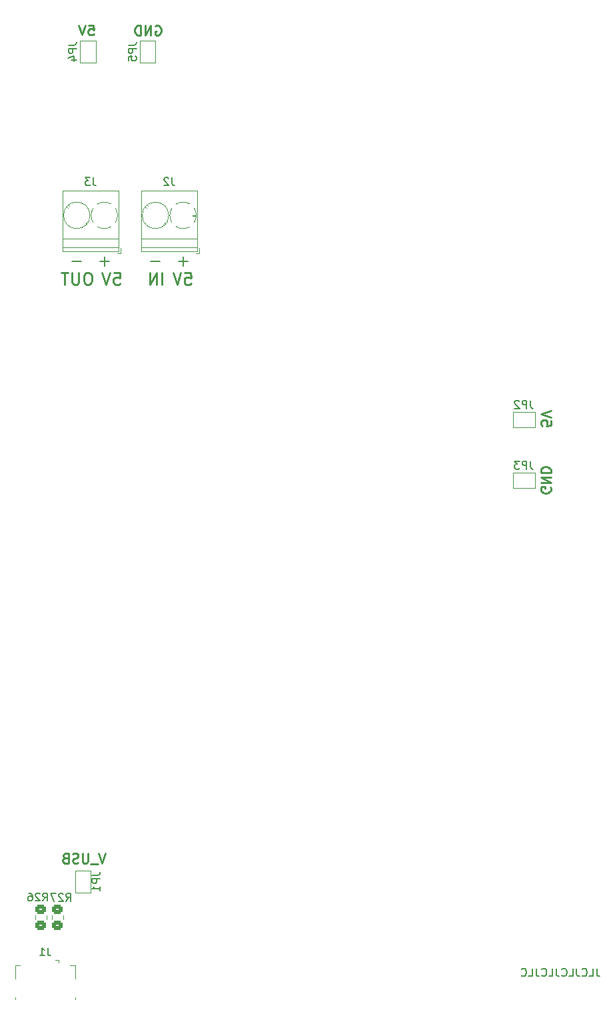
<source format=gbo>
G04 #@! TF.GenerationSoftware,KiCad,Pcbnew,(7.0.0-0)*
G04 #@! TF.CreationDate,2023-05-03T20:53:00-04:00*
G04 #@! TF.ProjectId,InteractiveLEDs,496e7465-7261-4637-9469-76654c454473,rev?*
G04 #@! TF.SameCoordinates,Original*
G04 #@! TF.FileFunction,Legend,Bot*
G04 #@! TF.FilePolarity,Positive*
%FSLAX46Y46*%
G04 Gerber Fmt 4.6, Leading zero omitted, Abs format (unit mm)*
G04 Created by KiCad (PCBNEW (7.0.0-0)) date 2023-05-03 20:53:00*
%MOMM*%
%LPD*%
G01*
G04 APERTURE LIST*
G04 Aperture macros list*
%AMRoundRect*
0 Rectangle with rounded corners*
0 $1 Rounding radius*
0 $2 $3 $4 $5 $6 $7 $8 $9 X,Y pos of 4 corners*
0 Add a 4 corners polygon primitive as box body*
4,1,4,$2,$3,$4,$5,$6,$7,$8,$9,$2,$3,0*
0 Add four circle primitives for the rounded corners*
1,1,$1+$1,$2,$3*
1,1,$1+$1,$4,$5*
1,1,$1+$1,$6,$7*
1,1,$1+$1,$8,$9*
0 Add four rect primitives between the rounded corners*
20,1,$1+$1,$2,$3,$4,$5,0*
20,1,$1+$1,$4,$5,$6,$7,0*
20,1,$1+$1,$6,$7,$8,$9,0*
20,1,$1+$1,$8,$9,$2,$3,0*%
%AMFreePoly0*
4,1,6,1.000000,0.000000,0.500000,-0.750000,-0.500000,-0.750000,-0.500000,0.750000,0.500000,0.750000,1.000000,0.000000,1.000000,0.000000,$1*%
%AMFreePoly1*
4,1,6,0.500000,-0.750000,-0.650000,-0.750000,-0.150000,0.000000,-0.650000,0.750000,0.500000,0.750000,0.500000,-0.750000,0.500000,-0.750000,$1*%
G04 Aperture macros list end*
%ADD10C,0.250000*%
%ADD11C,0.200000*%
%ADD12C,0.150000*%
%ADD13C,0.120000*%
%ADD14R,1.800000X1.800000*%
%ADD15C,1.800000*%
%ADD16C,1.600000*%
%ADD17O,1.600000X1.600000*%
%ADD18R,1.700000X1.700000*%
%ADD19O,1.700000X1.700000*%
%ADD20R,1.050000X1.500000*%
%ADD21O,1.050000X1.500000*%
%ADD22R,1.600000X1.600000*%
%ADD23C,6.400000*%
%ADD24R,2.400000X2.400000*%
%ADD25C,2.400000*%
%ADD26RoundRect,0.250000X-0.450000X0.350000X-0.450000X-0.350000X0.450000X-0.350000X0.450000X0.350000X0*%
%ADD27FreePoly0,270.000000*%
%ADD28FreePoly1,270.000000*%
%ADD29R,0.400000X1.400000*%
%ADD30O,1.050000X1.900000*%
%ADD31R,1.150000X1.450000*%
%ADD32R,1.750000X1.900000*%
%ADD33FreePoly0,90.000000*%
%ADD34FreePoly1,90.000000*%
%ADD35FreePoly0,180.000000*%
%ADD36FreePoly1,180.000000*%
G04 APERTURE END LIST*
D10*
X145230952Y-144577976D02*
X144814285Y-145827976D01*
X144814285Y-145827976D02*
X144397619Y-144577976D01*
X144278571Y-145947023D02*
X143326190Y-145947023D01*
X143028570Y-144577976D02*
X143028570Y-145589880D01*
X143028570Y-145589880D02*
X142969047Y-145708928D01*
X142969047Y-145708928D02*
X142909523Y-145768452D01*
X142909523Y-145768452D02*
X142790475Y-145827976D01*
X142790475Y-145827976D02*
X142552380Y-145827976D01*
X142552380Y-145827976D02*
X142433332Y-145768452D01*
X142433332Y-145768452D02*
X142373809Y-145708928D01*
X142373809Y-145708928D02*
X142314285Y-145589880D01*
X142314285Y-145589880D02*
X142314285Y-144577976D01*
X141778570Y-145768452D02*
X141599999Y-145827976D01*
X141599999Y-145827976D02*
X141302380Y-145827976D01*
X141302380Y-145827976D02*
X141183332Y-145768452D01*
X141183332Y-145768452D02*
X141123808Y-145708928D01*
X141123808Y-145708928D02*
X141064285Y-145589880D01*
X141064285Y-145589880D02*
X141064285Y-145470833D01*
X141064285Y-145470833D02*
X141123808Y-145351785D01*
X141123808Y-145351785D02*
X141183332Y-145292261D01*
X141183332Y-145292261D02*
X141302380Y-145232738D01*
X141302380Y-145232738D02*
X141540475Y-145173214D01*
X141540475Y-145173214D02*
X141659523Y-145113690D01*
X141659523Y-145113690D02*
X141719046Y-145054166D01*
X141719046Y-145054166D02*
X141778570Y-144935119D01*
X141778570Y-144935119D02*
X141778570Y-144816071D01*
X141778570Y-144816071D02*
X141719046Y-144697023D01*
X141719046Y-144697023D02*
X141659523Y-144637500D01*
X141659523Y-144637500D02*
X141540475Y-144577976D01*
X141540475Y-144577976D02*
X141242856Y-144577976D01*
X141242856Y-144577976D02*
X141064285Y-144637500D01*
X140111904Y-145173214D02*
X139933332Y-145232738D01*
X139933332Y-145232738D02*
X139873809Y-145292261D01*
X139873809Y-145292261D02*
X139814285Y-145411309D01*
X139814285Y-145411309D02*
X139814285Y-145589880D01*
X139814285Y-145589880D02*
X139873809Y-145708928D01*
X139873809Y-145708928D02*
X139933332Y-145768452D01*
X139933332Y-145768452D02*
X140052380Y-145827976D01*
X140052380Y-145827976D02*
X140528570Y-145827976D01*
X140528570Y-145827976D02*
X140528570Y-144577976D01*
X140528570Y-144577976D02*
X140111904Y-144577976D01*
X140111904Y-144577976D02*
X139992856Y-144637500D01*
X139992856Y-144637500D02*
X139933332Y-144697023D01*
X139933332Y-144697023D02*
X139873809Y-144816071D01*
X139873809Y-144816071D02*
X139873809Y-144935119D01*
X139873809Y-144935119D02*
X139933332Y-145054166D01*
X139933332Y-145054166D02*
X139992856Y-145113690D01*
X139992856Y-145113690D02*
X140111904Y-145173214D01*
X140111904Y-145173214D02*
X140528570Y-145173214D01*
D11*
X142142857Y-69402142D02*
X141000000Y-69402142D01*
X207676190Y-159182380D02*
X207676190Y-159896666D01*
X207676190Y-159896666D02*
X207723809Y-160039523D01*
X207723809Y-160039523D02*
X207819047Y-160134761D01*
X207819047Y-160134761D02*
X207961904Y-160182380D01*
X207961904Y-160182380D02*
X208057142Y-160182380D01*
X206723809Y-160182380D02*
X207199999Y-160182380D01*
X207199999Y-160182380D02*
X207199999Y-159182380D01*
X205819047Y-160087142D02*
X205866666Y-160134761D01*
X205866666Y-160134761D02*
X206009523Y-160182380D01*
X206009523Y-160182380D02*
X206104761Y-160182380D01*
X206104761Y-160182380D02*
X206247618Y-160134761D01*
X206247618Y-160134761D02*
X206342856Y-160039523D01*
X206342856Y-160039523D02*
X206390475Y-159944285D01*
X206390475Y-159944285D02*
X206438094Y-159753809D01*
X206438094Y-159753809D02*
X206438094Y-159610952D01*
X206438094Y-159610952D02*
X206390475Y-159420476D01*
X206390475Y-159420476D02*
X206342856Y-159325238D01*
X206342856Y-159325238D02*
X206247618Y-159230000D01*
X206247618Y-159230000D02*
X206104761Y-159182380D01*
X206104761Y-159182380D02*
X206009523Y-159182380D01*
X206009523Y-159182380D02*
X205866666Y-159230000D01*
X205866666Y-159230000D02*
X205819047Y-159277619D01*
X205104761Y-159182380D02*
X205104761Y-159896666D01*
X205104761Y-159896666D02*
X205152380Y-160039523D01*
X205152380Y-160039523D02*
X205247618Y-160134761D01*
X205247618Y-160134761D02*
X205390475Y-160182380D01*
X205390475Y-160182380D02*
X205485713Y-160182380D01*
X204152380Y-160182380D02*
X204628570Y-160182380D01*
X204628570Y-160182380D02*
X204628570Y-159182380D01*
X203247618Y-160087142D02*
X203295237Y-160134761D01*
X203295237Y-160134761D02*
X203438094Y-160182380D01*
X203438094Y-160182380D02*
X203533332Y-160182380D01*
X203533332Y-160182380D02*
X203676189Y-160134761D01*
X203676189Y-160134761D02*
X203771427Y-160039523D01*
X203771427Y-160039523D02*
X203819046Y-159944285D01*
X203819046Y-159944285D02*
X203866665Y-159753809D01*
X203866665Y-159753809D02*
X203866665Y-159610952D01*
X203866665Y-159610952D02*
X203819046Y-159420476D01*
X203819046Y-159420476D02*
X203771427Y-159325238D01*
X203771427Y-159325238D02*
X203676189Y-159230000D01*
X203676189Y-159230000D02*
X203533332Y-159182380D01*
X203533332Y-159182380D02*
X203438094Y-159182380D01*
X203438094Y-159182380D02*
X203295237Y-159230000D01*
X203295237Y-159230000D02*
X203247618Y-159277619D01*
X202533332Y-159182380D02*
X202533332Y-159896666D01*
X202533332Y-159896666D02*
X202580951Y-160039523D01*
X202580951Y-160039523D02*
X202676189Y-160134761D01*
X202676189Y-160134761D02*
X202819046Y-160182380D01*
X202819046Y-160182380D02*
X202914284Y-160182380D01*
X201580951Y-160182380D02*
X202057141Y-160182380D01*
X202057141Y-160182380D02*
X202057141Y-159182380D01*
X200676189Y-160087142D02*
X200723808Y-160134761D01*
X200723808Y-160134761D02*
X200866665Y-160182380D01*
X200866665Y-160182380D02*
X200961903Y-160182380D01*
X200961903Y-160182380D02*
X201104760Y-160134761D01*
X201104760Y-160134761D02*
X201199998Y-160039523D01*
X201199998Y-160039523D02*
X201247617Y-159944285D01*
X201247617Y-159944285D02*
X201295236Y-159753809D01*
X201295236Y-159753809D02*
X201295236Y-159610952D01*
X201295236Y-159610952D02*
X201247617Y-159420476D01*
X201247617Y-159420476D02*
X201199998Y-159325238D01*
X201199998Y-159325238D02*
X201104760Y-159230000D01*
X201104760Y-159230000D02*
X200961903Y-159182380D01*
X200961903Y-159182380D02*
X200866665Y-159182380D01*
X200866665Y-159182380D02*
X200723808Y-159230000D01*
X200723808Y-159230000D02*
X200676189Y-159277619D01*
X199961903Y-159182380D02*
X199961903Y-159896666D01*
X199961903Y-159896666D02*
X200009522Y-160039523D01*
X200009522Y-160039523D02*
X200104760Y-160134761D01*
X200104760Y-160134761D02*
X200247617Y-160182380D01*
X200247617Y-160182380D02*
X200342855Y-160182380D01*
X199009522Y-160182380D02*
X199485712Y-160182380D01*
X199485712Y-160182380D02*
X199485712Y-159182380D01*
X198104760Y-160087142D02*
X198152379Y-160134761D01*
X198152379Y-160134761D02*
X198295236Y-160182380D01*
X198295236Y-160182380D02*
X198390474Y-160182380D01*
X198390474Y-160182380D02*
X198533331Y-160134761D01*
X198533331Y-160134761D02*
X198628569Y-160039523D01*
X198628569Y-160039523D02*
X198676188Y-159944285D01*
X198676188Y-159944285D02*
X198723807Y-159753809D01*
X198723807Y-159753809D02*
X198723807Y-159610952D01*
X198723807Y-159610952D02*
X198676188Y-159420476D01*
X198676188Y-159420476D02*
X198628569Y-159325238D01*
X198628569Y-159325238D02*
X198533331Y-159230000D01*
X198533331Y-159230000D02*
X198390474Y-159182380D01*
X198390474Y-159182380D02*
X198295236Y-159182380D01*
X198295236Y-159182380D02*
X198152379Y-159230000D01*
X198152379Y-159230000D02*
X198104760Y-159277619D01*
D10*
X201762500Y-98097619D02*
X201822023Y-98216666D01*
X201822023Y-98216666D02*
X201822023Y-98395238D01*
X201822023Y-98395238D02*
X201762500Y-98573809D01*
X201762500Y-98573809D02*
X201643452Y-98692857D01*
X201643452Y-98692857D02*
X201524404Y-98752380D01*
X201524404Y-98752380D02*
X201286309Y-98811904D01*
X201286309Y-98811904D02*
X201107738Y-98811904D01*
X201107738Y-98811904D02*
X200869642Y-98752380D01*
X200869642Y-98752380D02*
X200750595Y-98692857D01*
X200750595Y-98692857D02*
X200631547Y-98573809D01*
X200631547Y-98573809D02*
X200572023Y-98395238D01*
X200572023Y-98395238D02*
X200572023Y-98276190D01*
X200572023Y-98276190D02*
X200631547Y-98097619D01*
X200631547Y-98097619D02*
X200691071Y-98038095D01*
X200691071Y-98038095D02*
X201107738Y-98038095D01*
X201107738Y-98038095D02*
X201107738Y-98276190D01*
X200572023Y-97502380D02*
X201822023Y-97502380D01*
X201822023Y-97502380D02*
X200572023Y-96788095D01*
X200572023Y-96788095D02*
X201822023Y-96788095D01*
X200572023Y-96192856D02*
X201822023Y-96192856D01*
X201822023Y-96192856D02*
X201822023Y-95895237D01*
X201822023Y-95895237D02*
X201762500Y-95716666D01*
X201762500Y-95716666D02*
X201643452Y-95597618D01*
X201643452Y-95597618D02*
X201524404Y-95538095D01*
X201524404Y-95538095D02*
X201286309Y-95478571D01*
X201286309Y-95478571D02*
X201107738Y-95478571D01*
X201107738Y-95478571D02*
X200869642Y-95538095D01*
X200869642Y-95538095D02*
X200750595Y-95597618D01*
X200750595Y-95597618D02*
X200631547Y-95716666D01*
X200631547Y-95716666D02*
X200572023Y-95895237D01*
X200572023Y-95895237D02*
X200572023Y-96192856D01*
X146328571Y-70823571D02*
X147042857Y-70823571D01*
X147042857Y-70823571D02*
X147114285Y-71537857D01*
X147114285Y-71537857D02*
X147042857Y-71466428D01*
X147042857Y-71466428D02*
X146900000Y-71395000D01*
X146900000Y-71395000D02*
X146542857Y-71395000D01*
X146542857Y-71395000D02*
X146400000Y-71466428D01*
X146400000Y-71466428D02*
X146328571Y-71537857D01*
X146328571Y-71537857D02*
X146257142Y-71680714D01*
X146257142Y-71680714D02*
X146257142Y-72037857D01*
X146257142Y-72037857D02*
X146328571Y-72180714D01*
X146328571Y-72180714D02*
X146400000Y-72252142D01*
X146400000Y-72252142D02*
X146542857Y-72323571D01*
X146542857Y-72323571D02*
X146900000Y-72323571D01*
X146900000Y-72323571D02*
X147042857Y-72252142D01*
X147042857Y-72252142D02*
X147114285Y-72180714D01*
X145828571Y-70823571D02*
X145328571Y-72323571D01*
X145328571Y-72323571D02*
X144828571Y-70823571D01*
X143142857Y-70823571D02*
X142857143Y-70823571D01*
X142857143Y-70823571D02*
X142714286Y-70895000D01*
X142714286Y-70895000D02*
X142571429Y-71037857D01*
X142571429Y-71037857D02*
X142500000Y-71323571D01*
X142500000Y-71323571D02*
X142500000Y-71823571D01*
X142500000Y-71823571D02*
X142571429Y-72109285D01*
X142571429Y-72109285D02*
X142714286Y-72252142D01*
X142714286Y-72252142D02*
X142857143Y-72323571D01*
X142857143Y-72323571D02*
X143142857Y-72323571D01*
X143142857Y-72323571D02*
X143285715Y-72252142D01*
X143285715Y-72252142D02*
X143428572Y-72109285D01*
X143428572Y-72109285D02*
X143500000Y-71823571D01*
X143500000Y-71823571D02*
X143500000Y-71323571D01*
X143500000Y-71323571D02*
X143428572Y-71037857D01*
X143428572Y-71037857D02*
X143285715Y-70895000D01*
X143285715Y-70895000D02*
X143142857Y-70823571D01*
X141857143Y-70823571D02*
X141857143Y-72037857D01*
X141857143Y-72037857D02*
X141785714Y-72180714D01*
X141785714Y-72180714D02*
X141714286Y-72252142D01*
X141714286Y-72252142D02*
X141571428Y-72323571D01*
X141571428Y-72323571D02*
X141285714Y-72323571D01*
X141285714Y-72323571D02*
X141142857Y-72252142D01*
X141142857Y-72252142D02*
X141071428Y-72180714D01*
X141071428Y-72180714D02*
X141000000Y-72037857D01*
X141000000Y-72037857D02*
X141000000Y-70823571D01*
X140499999Y-70823571D02*
X139642857Y-70823571D01*
X140071428Y-72323571D02*
X140071428Y-70823571D01*
D11*
X145692857Y-69402142D02*
X144550000Y-69402142D01*
X145121428Y-69973571D02*
X145121428Y-68830714D01*
X152142857Y-69402142D02*
X151000000Y-69402142D01*
X155692857Y-69402142D02*
X154550000Y-69402142D01*
X155121428Y-69973571D02*
X155121428Y-68830714D01*
D10*
X143107142Y-39377976D02*
X143702380Y-39377976D01*
X143702380Y-39377976D02*
X143761904Y-39973214D01*
X143761904Y-39973214D02*
X143702380Y-39913690D01*
X143702380Y-39913690D02*
X143583333Y-39854166D01*
X143583333Y-39854166D02*
X143285714Y-39854166D01*
X143285714Y-39854166D02*
X143166666Y-39913690D01*
X143166666Y-39913690D02*
X143107142Y-39973214D01*
X143107142Y-39973214D02*
X143047619Y-40092261D01*
X143047619Y-40092261D02*
X143047619Y-40389880D01*
X143047619Y-40389880D02*
X143107142Y-40508928D01*
X143107142Y-40508928D02*
X143166666Y-40568452D01*
X143166666Y-40568452D02*
X143285714Y-40627976D01*
X143285714Y-40627976D02*
X143583333Y-40627976D01*
X143583333Y-40627976D02*
X143702380Y-40568452D01*
X143702380Y-40568452D02*
X143761904Y-40508928D01*
X142690476Y-39377976D02*
X142273809Y-40627976D01*
X142273809Y-40627976D02*
X141857143Y-39377976D01*
X201872023Y-89607142D02*
X201872023Y-90202380D01*
X201872023Y-90202380D02*
X201276785Y-90261904D01*
X201276785Y-90261904D02*
X201336309Y-90202380D01*
X201336309Y-90202380D02*
X201395833Y-90083333D01*
X201395833Y-90083333D02*
X201395833Y-89785714D01*
X201395833Y-89785714D02*
X201336309Y-89666666D01*
X201336309Y-89666666D02*
X201276785Y-89607142D01*
X201276785Y-89607142D02*
X201157738Y-89547619D01*
X201157738Y-89547619D02*
X200860119Y-89547619D01*
X200860119Y-89547619D02*
X200741071Y-89607142D01*
X200741071Y-89607142D02*
X200681547Y-89666666D01*
X200681547Y-89666666D02*
X200622023Y-89785714D01*
X200622023Y-89785714D02*
X200622023Y-90083333D01*
X200622023Y-90083333D02*
X200681547Y-90202380D01*
X200681547Y-90202380D02*
X200741071Y-90261904D01*
X201872023Y-89190476D02*
X200622023Y-88773809D01*
X200622023Y-88773809D02*
X201872023Y-88357143D01*
X151597619Y-39487500D02*
X151716666Y-39427976D01*
X151716666Y-39427976D02*
X151895238Y-39427976D01*
X151895238Y-39427976D02*
X152073809Y-39487500D01*
X152073809Y-39487500D02*
X152192857Y-39606547D01*
X152192857Y-39606547D02*
X152252380Y-39725595D01*
X152252380Y-39725595D02*
X152311904Y-39963690D01*
X152311904Y-39963690D02*
X152311904Y-40142261D01*
X152311904Y-40142261D02*
X152252380Y-40380357D01*
X152252380Y-40380357D02*
X152192857Y-40499404D01*
X152192857Y-40499404D02*
X152073809Y-40618452D01*
X152073809Y-40618452D02*
X151895238Y-40677976D01*
X151895238Y-40677976D02*
X151776190Y-40677976D01*
X151776190Y-40677976D02*
X151597619Y-40618452D01*
X151597619Y-40618452D02*
X151538095Y-40558928D01*
X151538095Y-40558928D02*
X151538095Y-40142261D01*
X151538095Y-40142261D02*
X151776190Y-40142261D01*
X151002380Y-40677976D02*
X151002380Y-39427976D01*
X151002380Y-39427976D02*
X150288095Y-40677976D01*
X150288095Y-40677976D02*
X150288095Y-39427976D01*
X149692856Y-40677976D02*
X149692856Y-39427976D01*
X149692856Y-39427976D02*
X149395237Y-39427976D01*
X149395237Y-39427976D02*
X149216666Y-39487500D01*
X149216666Y-39487500D02*
X149097618Y-39606547D01*
X149097618Y-39606547D02*
X149038095Y-39725595D01*
X149038095Y-39725595D02*
X148978571Y-39963690D01*
X148978571Y-39963690D02*
X148978571Y-40142261D01*
X148978571Y-40142261D02*
X149038095Y-40380357D01*
X149038095Y-40380357D02*
X149097618Y-40499404D01*
X149097618Y-40499404D02*
X149216666Y-40618452D01*
X149216666Y-40618452D02*
X149395237Y-40677976D01*
X149395237Y-40677976D02*
X149692856Y-40677976D01*
D11*
X156697970Y-63652142D02*
X155555113Y-63652142D01*
X156126541Y-64223571D02*
X156126541Y-63080714D01*
D10*
X155328571Y-70823571D02*
X156042857Y-70823571D01*
X156042857Y-70823571D02*
X156114285Y-71537857D01*
X156114285Y-71537857D02*
X156042857Y-71466428D01*
X156042857Y-71466428D02*
X155900000Y-71395000D01*
X155900000Y-71395000D02*
X155542857Y-71395000D01*
X155542857Y-71395000D02*
X155400000Y-71466428D01*
X155400000Y-71466428D02*
X155328571Y-71537857D01*
X155328571Y-71537857D02*
X155257142Y-71680714D01*
X155257142Y-71680714D02*
X155257142Y-72037857D01*
X155257142Y-72037857D02*
X155328571Y-72180714D01*
X155328571Y-72180714D02*
X155400000Y-72252142D01*
X155400000Y-72252142D02*
X155542857Y-72323571D01*
X155542857Y-72323571D02*
X155900000Y-72323571D01*
X155900000Y-72323571D02*
X156042857Y-72252142D01*
X156042857Y-72252142D02*
X156114285Y-72180714D01*
X154828571Y-70823571D02*
X154328571Y-72323571D01*
X154328571Y-72323571D02*
X153828571Y-70823571D01*
X152428572Y-72323571D02*
X152428572Y-70823571D01*
X151714286Y-72323571D02*
X151714286Y-70823571D01*
X151714286Y-70823571D02*
X150857143Y-72323571D01*
X150857143Y-72323571D02*
X150857143Y-70823571D01*
D12*
X143683333Y-58757380D02*
X143683333Y-59471666D01*
X143683333Y-59471666D02*
X143730952Y-59614523D01*
X143730952Y-59614523D02*
X143826190Y-59709761D01*
X143826190Y-59709761D02*
X143969047Y-59757380D01*
X143969047Y-59757380D02*
X144064285Y-59757380D01*
X143302380Y-58757380D02*
X142683333Y-58757380D01*
X142683333Y-58757380D02*
X143016666Y-59138333D01*
X143016666Y-59138333D02*
X142873809Y-59138333D01*
X142873809Y-59138333D02*
X142778571Y-59185952D01*
X142778571Y-59185952D02*
X142730952Y-59233571D01*
X142730952Y-59233571D02*
X142683333Y-59328809D01*
X142683333Y-59328809D02*
X142683333Y-59566904D01*
X142683333Y-59566904D02*
X142730952Y-59662142D01*
X142730952Y-59662142D02*
X142778571Y-59709761D01*
X142778571Y-59709761D02*
X142873809Y-59757380D01*
X142873809Y-59757380D02*
X143159523Y-59757380D01*
X143159523Y-59757380D02*
X143254761Y-59709761D01*
X143254761Y-59709761D02*
X143302380Y-59662142D01*
X137292857Y-150617380D02*
X137626190Y-150141190D01*
X137864285Y-150617380D02*
X137864285Y-149617380D01*
X137864285Y-149617380D02*
X137483333Y-149617380D01*
X137483333Y-149617380D02*
X137388095Y-149665000D01*
X137388095Y-149665000D02*
X137340476Y-149712619D01*
X137340476Y-149712619D02*
X137292857Y-149807857D01*
X137292857Y-149807857D02*
X137292857Y-149950714D01*
X137292857Y-149950714D02*
X137340476Y-150045952D01*
X137340476Y-150045952D02*
X137388095Y-150093571D01*
X137388095Y-150093571D02*
X137483333Y-150141190D01*
X137483333Y-150141190D02*
X137864285Y-150141190D01*
X136911904Y-149712619D02*
X136864285Y-149665000D01*
X136864285Y-149665000D02*
X136769047Y-149617380D01*
X136769047Y-149617380D02*
X136530952Y-149617380D01*
X136530952Y-149617380D02*
X136435714Y-149665000D01*
X136435714Y-149665000D02*
X136388095Y-149712619D01*
X136388095Y-149712619D02*
X136340476Y-149807857D01*
X136340476Y-149807857D02*
X136340476Y-149903095D01*
X136340476Y-149903095D02*
X136388095Y-150045952D01*
X136388095Y-150045952D02*
X136959523Y-150617380D01*
X136959523Y-150617380D02*
X136340476Y-150617380D01*
X135483333Y-149617380D02*
X135673809Y-149617380D01*
X135673809Y-149617380D02*
X135769047Y-149665000D01*
X135769047Y-149665000D02*
X135816666Y-149712619D01*
X135816666Y-149712619D02*
X135911904Y-149855476D01*
X135911904Y-149855476D02*
X135959523Y-150045952D01*
X135959523Y-150045952D02*
X135959523Y-150426904D01*
X135959523Y-150426904D02*
X135911904Y-150522142D01*
X135911904Y-150522142D02*
X135864285Y-150569761D01*
X135864285Y-150569761D02*
X135769047Y-150617380D01*
X135769047Y-150617380D02*
X135578571Y-150617380D01*
X135578571Y-150617380D02*
X135483333Y-150569761D01*
X135483333Y-150569761D02*
X135435714Y-150522142D01*
X135435714Y-150522142D02*
X135388095Y-150426904D01*
X135388095Y-150426904D02*
X135388095Y-150188809D01*
X135388095Y-150188809D02*
X135435714Y-150093571D01*
X135435714Y-150093571D02*
X135483333Y-150045952D01*
X135483333Y-150045952D02*
X135578571Y-149998333D01*
X135578571Y-149998333D02*
X135769047Y-149998333D01*
X135769047Y-149998333D02*
X135864285Y-150045952D01*
X135864285Y-150045952D02*
X135911904Y-150093571D01*
X135911904Y-150093571D02*
X135959523Y-150188809D01*
X140567380Y-41916666D02*
X141281666Y-41916666D01*
X141281666Y-41916666D02*
X141424523Y-41869047D01*
X141424523Y-41869047D02*
X141519761Y-41773809D01*
X141519761Y-41773809D02*
X141567380Y-41630952D01*
X141567380Y-41630952D02*
X141567380Y-41535714D01*
X141567380Y-42392857D02*
X140567380Y-42392857D01*
X140567380Y-42392857D02*
X140567380Y-42773809D01*
X140567380Y-42773809D02*
X140615000Y-42869047D01*
X140615000Y-42869047D02*
X140662619Y-42916666D01*
X140662619Y-42916666D02*
X140757857Y-42964285D01*
X140757857Y-42964285D02*
X140900714Y-42964285D01*
X140900714Y-42964285D02*
X140995952Y-42916666D01*
X140995952Y-42916666D02*
X141043571Y-42869047D01*
X141043571Y-42869047D02*
X141091190Y-42773809D01*
X141091190Y-42773809D02*
X141091190Y-42392857D01*
X140900714Y-43821428D02*
X141567380Y-43821428D01*
X140519761Y-43583333D02*
X141234047Y-43345238D01*
X141234047Y-43345238D02*
X141234047Y-43964285D01*
X140242857Y-150667380D02*
X140576190Y-150191190D01*
X140814285Y-150667380D02*
X140814285Y-149667380D01*
X140814285Y-149667380D02*
X140433333Y-149667380D01*
X140433333Y-149667380D02*
X140338095Y-149715000D01*
X140338095Y-149715000D02*
X140290476Y-149762619D01*
X140290476Y-149762619D02*
X140242857Y-149857857D01*
X140242857Y-149857857D02*
X140242857Y-150000714D01*
X140242857Y-150000714D02*
X140290476Y-150095952D01*
X140290476Y-150095952D02*
X140338095Y-150143571D01*
X140338095Y-150143571D02*
X140433333Y-150191190D01*
X140433333Y-150191190D02*
X140814285Y-150191190D01*
X139861904Y-149762619D02*
X139814285Y-149715000D01*
X139814285Y-149715000D02*
X139719047Y-149667380D01*
X139719047Y-149667380D02*
X139480952Y-149667380D01*
X139480952Y-149667380D02*
X139385714Y-149715000D01*
X139385714Y-149715000D02*
X139338095Y-149762619D01*
X139338095Y-149762619D02*
X139290476Y-149857857D01*
X139290476Y-149857857D02*
X139290476Y-149953095D01*
X139290476Y-149953095D02*
X139338095Y-150095952D01*
X139338095Y-150095952D02*
X139909523Y-150667380D01*
X139909523Y-150667380D02*
X139290476Y-150667380D01*
X138957142Y-149667380D02*
X138290476Y-149667380D01*
X138290476Y-149667380D02*
X138719047Y-150667380D01*
X137908333Y-156567380D02*
X137908333Y-157281666D01*
X137908333Y-157281666D02*
X137955952Y-157424523D01*
X137955952Y-157424523D02*
X138051190Y-157519761D01*
X138051190Y-157519761D02*
X138194047Y-157567380D01*
X138194047Y-157567380D02*
X138289285Y-157567380D01*
X136908333Y-157567380D02*
X137479761Y-157567380D01*
X137194047Y-157567380D02*
X137194047Y-156567380D01*
X137194047Y-156567380D02*
X137289285Y-156710238D01*
X137289285Y-156710238D02*
X137384523Y-156805476D01*
X137384523Y-156805476D02*
X137479761Y-156853095D01*
X143567380Y-147341666D02*
X144281666Y-147341666D01*
X144281666Y-147341666D02*
X144424523Y-147294047D01*
X144424523Y-147294047D02*
X144519761Y-147198809D01*
X144519761Y-147198809D02*
X144567380Y-147055952D01*
X144567380Y-147055952D02*
X144567380Y-146960714D01*
X144567380Y-147817857D02*
X143567380Y-147817857D01*
X143567380Y-147817857D02*
X143567380Y-148198809D01*
X143567380Y-148198809D02*
X143615000Y-148294047D01*
X143615000Y-148294047D02*
X143662619Y-148341666D01*
X143662619Y-148341666D02*
X143757857Y-148389285D01*
X143757857Y-148389285D02*
X143900714Y-148389285D01*
X143900714Y-148389285D02*
X143995952Y-148341666D01*
X143995952Y-148341666D02*
X144043571Y-148294047D01*
X144043571Y-148294047D02*
X144091190Y-148198809D01*
X144091190Y-148198809D02*
X144091190Y-147817857D01*
X144567380Y-149341666D02*
X144567380Y-148770238D01*
X144567380Y-149055952D02*
X143567380Y-149055952D01*
X143567380Y-149055952D02*
X143710238Y-148960714D01*
X143710238Y-148960714D02*
X143805476Y-148865476D01*
X143805476Y-148865476D02*
X143853095Y-148770238D01*
X199233333Y-94767380D02*
X199233333Y-95481666D01*
X199233333Y-95481666D02*
X199280952Y-95624523D01*
X199280952Y-95624523D02*
X199376190Y-95719761D01*
X199376190Y-95719761D02*
X199519047Y-95767380D01*
X199519047Y-95767380D02*
X199614285Y-95767380D01*
X198757142Y-95767380D02*
X198757142Y-94767380D01*
X198757142Y-94767380D02*
X198376190Y-94767380D01*
X198376190Y-94767380D02*
X198280952Y-94815000D01*
X198280952Y-94815000D02*
X198233333Y-94862619D01*
X198233333Y-94862619D02*
X198185714Y-94957857D01*
X198185714Y-94957857D02*
X198185714Y-95100714D01*
X198185714Y-95100714D02*
X198233333Y-95195952D01*
X198233333Y-95195952D02*
X198280952Y-95243571D01*
X198280952Y-95243571D02*
X198376190Y-95291190D01*
X198376190Y-95291190D02*
X198757142Y-95291190D01*
X197852380Y-94767380D02*
X197233333Y-94767380D01*
X197233333Y-94767380D02*
X197566666Y-95148333D01*
X197566666Y-95148333D02*
X197423809Y-95148333D01*
X197423809Y-95148333D02*
X197328571Y-95195952D01*
X197328571Y-95195952D02*
X197280952Y-95243571D01*
X197280952Y-95243571D02*
X197233333Y-95338809D01*
X197233333Y-95338809D02*
X197233333Y-95576904D01*
X197233333Y-95576904D02*
X197280952Y-95672142D01*
X197280952Y-95672142D02*
X197328571Y-95719761D01*
X197328571Y-95719761D02*
X197423809Y-95767380D01*
X197423809Y-95767380D02*
X197709523Y-95767380D01*
X197709523Y-95767380D02*
X197804761Y-95719761D01*
X197804761Y-95719761D02*
X197852380Y-95672142D01*
X153683333Y-58757380D02*
X153683333Y-59471666D01*
X153683333Y-59471666D02*
X153730952Y-59614523D01*
X153730952Y-59614523D02*
X153826190Y-59709761D01*
X153826190Y-59709761D02*
X153969047Y-59757380D01*
X153969047Y-59757380D02*
X154064285Y-59757380D01*
X153254761Y-58852619D02*
X153207142Y-58805000D01*
X153207142Y-58805000D02*
X153111904Y-58757380D01*
X153111904Y-58757380D02*
X152873809Y-58757380D01*
X152873809Y-58757380D02*
X152778571Y-58805000D01*
X152778571Y-58805000D02*
X152730952Y-58852619D01*
X152730952Y-58852619D02*
X152683333Y-58947857D01*
X152683333Y-58947857D02*
X152683333Y-59043095D01*
X152683333Y-59043095D02*
X152730952Y-59185952D01*
X152730952Y-59185952D02*
X153302380Y-59757380D01*
X153302380Y-59757380D02*
X152683333Y-59757380D01*
X148167380Y-41916666D02*
X148881666Y-41916666D01*
X148881666Y-41916666D02*
X149024523Y-41869047D01*
X149024523Y-41869047D02*
X149119761Y-41773809D01*
X149119761Y-41773809D02*
X149167380Y-41630952D01*
X149167380Y-41630952D02*
X149167380Y-41535714D01*
X149167380Y-42392857D02*
X148167380Y-42392857D01*
X148167380Y-42392857D02*
X148167380Y-42773809D01*
X148167380Y-42773809D02*
X148215000Y-42869047D01*
X148215000Y-42869047D02*
X148262619Y-42916666D01*
X148262619Y-42916666D02*
X148357857Y-42964285D01*
X148357857Y-42964285D02*
X148500714Y-42964285D01*
X148500714Y-42964285D02*
X148595952Y-42916666D01*
X148595952Y-42916666D02*
X148643571Y-42869047D01*
X148643571Y-42869047D02*
X148691190Y-42773809D01*
X148691190Y-42773809D02*
X148691190Y-42392857D01*
X148167380Y-43869047D02*
X148167380Y-43392857D01*
X148167380Y-43392857D02*
X148643571Y-43345238D01*
X148643571Y-43345238D02*
X148595952Y-43392857D01*
X148595952Y-43392857D02*
X148548333Y-43488095D01*
X148548333Y-43488095D02*
X148548333Y-43726190D01*
X148548333Y-43726190D02*
X148595952Y-43821428D01*
X148595952Y-43821428D02*
X148643571Y-43869047D01*
X148643571Y-43869047D02*
X148738809Y-43916666D01*
X148738809Y-43916666D02*
X148976904Y-43916666D01*
X148976904Y-43916666D02*
X149072142Y-43869047D01*
X149072142Y-43869047D02*
X149119761Y-43821428D01*
X149119761Y-43821428D02*
X149167380Y-43726190D01*
X149167380Y-43726190D02*
X149167380Y-43488095D01*
X149167380Y-43488095D02*
X149119761Y-43392857D01*
X149119761Y-43392857D02*
X149072142Y-43345238D01*
X199233333Y-87067380D02*
X199233333Y-87781666D01*
X199233333Y-87781666D02*
X199280952Y-87924523D01*
X199280952Y-87924523D02*
X199376190Y-88019761D01*
X199376190Y-88019761D02*
X199519047Y-88067380D01*
X199519047Y-88067380D02*
X199614285Y-88067380D01*
X198757142Y-88067380D02*
X198757142Y-87067380D01*
X198757142Y-87067380D02*
X198376190Y-87067380D01*
X198376190Y-87067380D02*
X198280952Y-87115000D01*
X198280952Y-87115000D02*
X198233333Y-87162619D01*
X198233333Y-87162619D02*
X198185714Y-87257857D01*
X198185714Y-87257857D02*
X198185714Y-87400714D01*
X198185714Y-87400714D02*
X198233333Y-87495952D01*
X198233333Y-87495952D02*
X198280952Y-87543571D01*
X198280952Y-87543571D02*
X198376190Y-87591190D01*
X198376190Y-87591190D02*
X198757142Y-87591190D01*
X197804761Y-87162619D02*
X197757142Y-87115000D01*
X197757142Y-87115000D02*
X197661904Y-87067380D01*
X197661904Y-87067380D02*
X197423809Y-87067380D01*
X197423809Y-87067380D02*
X197328571Y-87115000D01*
X197328571Y-87115000D02*
X197280952Y-87162619D01*
X197280952Y-87162619D02*
X197233333Y-87257857D01*
X197233333Y-87257857D02*
X197233333Y-87353095D01*
X197233333Y-87353095D02*
X197280952Y-87495952D01*
X197280952Y-87495952D02*
X197852380Y-88067380D01*
X197852380Y-88067380D02*
X197233333Y-88067380D01*
D13*
X147150000Y-68350000D02*
X146750000Y-68350000D01*
X147150000Y-67710000D02*
X147150000Y-68350000D01*
X146910000Y-68110000D02*
X139790000Y-68110000D01*
X146910000Y-67650000D02*
X139790000Y-67650000D01*
X146910000Y-66550000D02*
X139790000Y-66550000D01*
X146910000Y-60390000D02*
X146910000Y-68110000D01*
X146910000Y-60390000D02*
X139790000Y-60390000D01*
X142745000Y-64491000D02*
X142874000Y-64619000D01*
X142575000Y-64731000D02*
X142669000Y-64824000D01*
X140530000Y-62275000D02*
X140624000Y-62369000D01*
X140325000Y-62481000D02*
X140454000Y-62609000D01*
X139790000Y-60390000D02*
X139790000Y-68110000D01*
X146525358Y-64439894D02*
G75*
G03*
X146540000Y-62684000I-1425356J889894D01*
G01*
X145071326Y-65230098D02*
G75*
G03*
X145966000Y-64990000I28671J1680112D01*
G01*
X144209736Y-64974721D02*
G75*
G03*
X145100000Y-65230000I890261J1424711D01*
G01*
X145989894Y-62124642D02*
G75*
G03*
X144234000Y-62110000I-889894J-1425356D01*
G01*
X143674496Y-62659807D02*
G75*
G03*
X143675000Y-64441000I1425507J-890193D01*
G01*
X143280000Y-63550000D02*
G75*
G03*
X143280000Y-63550000I-1680000J0D01*
G01*
X137785000Y-152472936D02*
X137785000Y-152927064D01*
X136315000Y-152472936D02*
X136315000Y-152927064D01*
X144000000Y-41350000D02*
X142000000Y-41350000D01*
X142000000Y-41350000D02*
X142000000Y-44150000D01*
X144000000Y-44150000D02*
X144000000Y-41350000D01*
X142000000Y-44150000D02*
X144000000Y-44150000D01*
X139885000Y-152472936D02*
X139885000Y-152927064D01*
X138415000Y-152472936D02*
X138415000Y-152927064D01*
X141385000Y-163090000D02*
X141385000Y-162880000D01*
X141385000Y-160520000D02*
X141385000Y-158790000D01*
X141385000Y-158790000D02*
X140725000Y-158790000D01*
X139335000Y-158090000D02*
X139335000Y-158480000D01*
X139335000Y-158090000D02*
X138885000Y-158090000D01*
X133765000Y-163090000D02*
X133765000Y-162880000D01*
X133765000Y-160520000D02*
X133765000Y-158790000D01*
X133765000Y-158790000D02*
X134415000Y-158790000D01*
X141400000Y-149575000D02*
X143400000Y-149575000D01*
X143400000Y-149575000D02*
X143400000Y-146775000D01*
X141400000Y-146775000D02*
X141400000Y-149575000D01*
X143400000Y-146775000D02*
X141400000Y-146775000D01*
X199800000Y-98200000D02*
X199800000Y-96200000D01*
X199800000Y-96200000D02*
X197000000Y-96200000D01*
X197000000Y-98200000D02*
X199800000Y-98200000D01*
X197000000Y-96200000D02*
X197000000Y-98200000D01*
X157150000Y-68350000D02*
X156750000Y-68350000D01*
X157150000Y-67710000D02*
X157150000Y-68350000D01*
X156910000Y-68110000D02*
X149790000Y-68110000D01*
X156910000Y-67650000D02*
X149790000Y-67650000D01*
X156910000Y-66550000D02*
X149790000Y-66550000D01*
X156910000Y-60390000D02*
X156910000Y-68110000D01*
X156910000Y-60390000D02*
X149790000Y-60390000D01*
X152745000Y-64491000D02*
X152874000Y-64619000D01*
X152575000Y-64731000D02*
X152669000Y-64824000D01*
X150530000Y-62275000D02*
X150624000Y-62369000D01*
X150325000Y-62481000D02*
X150454000Y-62609000D01*
X149790000Y-60390000D02*
X149790000Y-68110000D01*
X156525358Y-64439894D02*
G75*
G03*
X156540000Y-62684000I-1425356J889894D01*
G01*
X155071326Y-65230098D02*
G75*
G03*
X155966000Y-64990000I28671J1680112D01*
G01*
X154209736Y-64974721D02*
G75*
G03*
X155100000Y-65230000I890261J1424711D01*
G01*
X155989894Y-62124642D02*
G75*
G03*
X154234000Y-62110000I-889894J-1425356D01*
G01*
X153674496Y-62659807D02*
G75*
G03*
X153675000Y-64441000I1425507J-890193D01*
G01*
X153280000Y-63550000D02*
G75*
G03*
X153280000Y-63550000I-1680000J0D01*
G01*
X151600000Y-41350000D02*
X149600000Y-41350000D01*
X149600000Y-41350000D02*
X149600000Y-44150000D01*
X151600000Y-44150000D02*
X151600000Y-41350000D01*
X149600000Y-44150000D02*
X151600000Y-44150000D01*
X199800000Y-90500000D02*
X199800000Y-88500000D01*
X199800000Y-88500000D02*
X197000000Y-88500000D01*
X197000000Y-90500000D02*
X199800000Y-90500000D01*
X197000000Y-88500000D02*
X197000000Y-90500000D01*
%LPC*%
D14*
X161549999Y-152649999D03*
D15*
X164090000Y-152650000D03*
D14*
X131799999Y-82649999D03*
D15*
X134340000Y-82650000D03*
D14*
X96799999Y-152649999D03*
D15*
X99340000Y-152650000D03*
D16*
X107980000Y-122000000D03*
D17*
X118139999Y-121999999D03*
D14*
X131799999Y-47649999D03*
D15*
X134340000Y-47650000D03*
D18*
X142999999Y-159499999D03*
D19*
X145539999Y-159499999D03*
X148079999Y-159499999D03*
X150619999Y-159499999D03*
D14*
X161549999Y-82649999D03*
D15*
X164090000Y-82650000D03*
D20*
X114269999Y-80099999D03*
D21*
X112999999Y-80099999D03*
X111729999Y-80099999D03*
D16*
X107980000Y-52000000D03*
D17*
X118139999Y-51999999D03*
D16*
X90370000Y-157000000D03*
D17*
X100529999Y-156999999D03*
D22*
X149082379Y-78599999D03*
D16*
X146582380Y-78600000D03*
D14*
X126549999Y-152649999D03*
D15*
X129090000Y-152650000D03*
D18*
X81599999Y-89499999D03*
D19*
X81599999Y-92039999D03*
X81599999Y-94579999D03*
X81599999Y-97119999D03*
D23*
X83000000Y-158000000D03*
D14*
X166799999Y-117649999D03*
D15*
X169340000Y-117650000D03*
D14*
X126549999Y-47649999D03*
D15*
X129090000Y-47650000D03*
D14*
X161549999Y-117649999D03*
D15*
X164090000Y-117650000D03*
D14*
X91549999Y-117649999D03*
D15*
X94090000Y-117650000D03*
D23*
X83000000Y-28000000D03*
D16*
X177920000Y-122000000D03*
D17*
X188079999Y-121999999D03*
D14*
X126549999Y-117649999D03*
D15*
X129090000Y-117650000D03*
D14*
X201799999Y-82649999D03*
D15*
X204340000Y-82650000D03*
D20*
X114269999Y-150149999D03*
D21*
X112999999Y-150149999D03*
X111729999Y-150149999D03*
D14*
X131799999Y-117649999D03*
D15*
X134340000Y-117650000D03*
D16*
X195420000Y-122000000D03*
D17*
X205579999Y-121999999D03*
D14*
X196549999Y-117649999D03*
D15*
X199090000Y-117650000D03*
D14*
X126549999Y-82649999D03*
D15*
X129090000Y-82650000D03*
D18*
X142999999Y-34024999D03*
D19*
X145539999Y-34024999D03*
X148079999Y-34024999D03*
X150619999Y-34024999D03*
D18*
X207124999Y-89499999D03*
D19*
X207124999Y-92039999D03*
X207124999Y-94579999D03*
X207124999Y-97119999D03*
D16*
X177920000Y-52000000D03*
D17*
X188079999Y-51999999D03*
D18*
X160024999Y-102224999D03*
D19*
X160024999Y-104764999D03*
X157484999Y-102224999D03*
X157484999Y-104764999D03*
X154944999Y-102224999D03*
X154944999Y-104764999D03*
D16*
X177920000Y-87000000D03*
D17*
X188079999Y-86999999D03*
D16*
X125420000Y-157000000D03*
D17*
X135579999Y-156999999D03*
D23*
X213000000Y-28000000D03*
D14*
X196549999Y-152649999D03*
D15*
X199090000Y-152650000D03*
D14*
X96799999Y-82649999D03*
D15*
X99340000Y-82650000D03*
D16*
X177920000Y-157000000D03*
D17*
X188079999Y-156999999D03*
D14*
X201799999Y-152649999D03*
D15*
X204340000Y-152650000D03*
D14*
X91549999Y-152649999D03*
D15*
X94090000Y-152650000D03*
D16*
X90370000Y-122000000D03*
D17*
X100529999Y-121999999D03*
D16*
X125420000Y-52000000D03*
D17*
X135579999Y-51999999D03*
D16*
X160420000Y-52000000D03*
D17*
X170579999Y-51999999D03*
D16*
X160420000Y-87000000D03*
D17*
X170579999Y-86999999D03*
D20*
X114269999Y-45099999D03*
D21*
X112999999Y-45099999D03*
X111729999Y-45099999D03*
D14*
X201799999Y-117649999D03*
D15*
X204340000Y-117650000D03*
D14*
X91549999Y-82649999D03*
D15*
X94090000Y-82650000D03*
D20*
X184219999Y-115149999D03*
D21*
X182949999Y-115149999D03*
X181679999Y-115149999D03*
D20*
X114269999Y-115099999D03*
D21*
X112999999Y-115099999D03*
X111729999Y-115099999D03*
D20*
X184219999Y-150149999D03*
D21*
X182949999Y-150149999D03*
X181679999Y-150149999D03*
D16*
X125420000Y-122000000D03*
D17*
X135579999Y-121999999D03*
D16*
X90370000Y-52000000D03*
D17*
X100529999Y-51999999D03*
D16*
X107980000Y-87000000D03*
D17*
X118139999Y-86999999D03*
D16*
X107980000Y-157000000D03*
D17*
X118139999Y-156999999D03*
D16*
X160420000Y-122000000D03*
D17*
X170579999Y-121999999D03*
D14*
X201799999Y-47649999D03*
D15*
X204340000Y-47650000D03*
D16*
X195420000Y-87000000D03*
D17*
X205579999Y-86999999D03*
D20*
X184219999Y-45149999D03*
D21*
X182949999Y-45149999D03*
X181679999Y-45149999D03*
D14*
X196549999Y-82649999D03*
D15*
X199090000Y-82650000D03*
D16*
X90370000Y-87000000D03*
D17*
X100529999Y-86999999D03*
D23*
X213000000Y-158000000D03*
D20*
X184219999Y-80149999D03*
D21*
X182949999Y-80149999D03*
X181679999Y-80149999D03*
D14*
X166799999Y-152649999D03*
D15*
X169340000Y-152650000D03*
D14*
X161549999Y-47649999D03*
D15*
X164090000Y-47650000D03*
D16*
X125420000Y-87000000D03*
D17*
X135579999Y-86999999D03*
D14*
X166799999Y-82649999D03*
D15*
X169340000Y-82650000D03*
D14*
X166799999Y-47649999D03*
D15*
X169340000Y-47650000D03*
D14*
X96799999Y-117649999D03*
D15*
X99340000Y-117650000D03*
D14*
X96799999Y-47649999D03*
D15*
X99340000Y-47650000D03*
D16*
X160420000Y-157000000D03*
D17*
X170579999Y-156999999D03*
D14*
X131799999Y-152649999D03*
D15*
X134340000Y-152650000D03*
D14*
X91549999Y-47649999D03*
D15*
X94090000Y-47650000D03*
D14*
X196549999Y-47649999D03*
D15*
X199090000Y-47650000D03*
D16*
X195420000Y-52000000D03*
D17*
X205579999Y-51999999D03*
D16*
X195420000Y-157000000D03*
D17*
X205579999Y-156999999D03*
D24*
X145099999Y-63549999D03*
D25*
X141600000Y-63550000D03*
D26*
X137050000Y-151700000D03*
X137050000Y-153700000D03*
D27*
X143000000Y-42025000D03*
D28*
X143000000Y-43475000D03*
D26*
X139150000Y-151700000D03*
X139150000Y-153700000D03*
D29*
X138874999Y-159049999D03*
X138224999Y-159049999D03*
X137574999Y-159049999D03*
X136924999Y-159049999D03*
X136274999Y-159049999D03*
D30*
X141149999Y-161699999D03*
D31*
X139894999Y-159469999D03*
D32*
X138699999Y-161699999D03*
X136449999Y-161699999D03*
D31*
X135254999Y-159469999D03*
D30*
X133999999Y-161699999D03*
D33*
X142400000Y-148900000D03*
D34*
X142400000Y-147450000D03*
D35*
X199125000Y-97200000D03*
D36*
X197675000Y-97200000D03*
D24*
X155099999Y-63549999D03*
D25*
X151600000Y-63550000D03*
D27*
X150600000Y-42025000D03*
D28*
X150600000Y-43475000D03*
D35*
X199125000Y-89500000D03*
D36*
X197675000Y-89500000D03*
M02*

</source>
